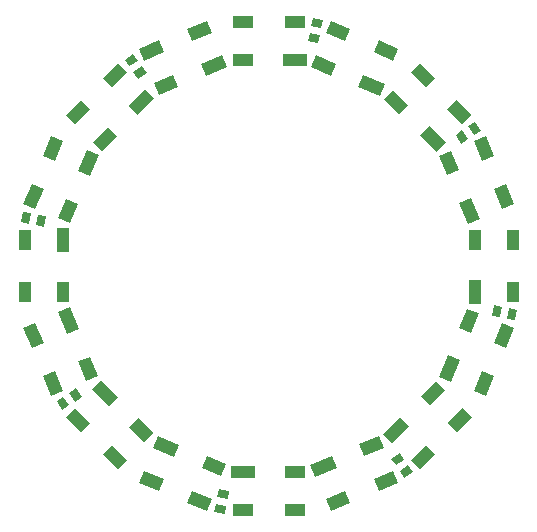
<source format=gtp>
G75*
%MOIN*%
%OFA0B0*%
%FSLAX24Y24*%
%IPPOS*%
%LPD*%
%AMOC8*
5,1,8,0,0,1.08239X$1,22.5*
%
%ADD10R,0.0787X0.0433*%
%ADD11R,0.0709X0.0433*%
%ADD12R,0.0433X0.0787*%
%ADD13R,0.0433X0.0709*%
%ADD14R,0.0276X0.0354*%
D10*
G36*
X003558Y004293D02*
X003003Y004848D01*
X003308Y005153D01*
X003863Y004598D01*
X003558Y004293D01*
G37*
G36*
X005751Y002600D02*
X005026Y002900D01*
X005191Y003298D01*
X005916Y002998D01*
X005751Y002600D01*
G37*
X008034Y002095D03*
G36*
X011174Y002237D02*
X010449Y001937D01*
X010284Y002335D01*
X011009Y002635D01*
X011174Y002237D01*
G37*
G36*
X013572Y003623D02*
X013017Y003068D01*
X012712Y003373D01*
X013267Y003928D01*
X013572Y003623D01*
G37*
G36*
X015266Y005816D02*
X014966Y005091D01*
X014568Y005256D01*
X014868Y005981D01*
X015266Y005816D01*
G37*
G36*
X015628Y011239D02*
X015928Y010514D01*
X015530Y010349D01*
X015230Y011074D01*
X015628Y011239D01*
G37*
G36*
X014242Y013637D02*
X014797Y013082D01*
X014492Y012777D01*
X013937Y013332D01*
X014242Y013637D01*
G37*
G36*
X012049Y015331D02*
X012774Y015031D01*
X012609Y014633D01*
X011884Y014933D01*
X012049Y015331D01*
G37*
X009766Y015835D03*
G36*
X006626Y015694D02*
X007351Y015994D01*
X007516Y015596D01*
X006791Y015296D01*
X006626Y015694D01*
G37*
G36*
X004228Y014307D02*
X004783Y014862D01*
X005088Y014557D01*
X004533Y014002D01*
X004228Y014307D01*
G37*
G36*
X002534Y012114D02*
X002834Y012839D01*
X003232Y012674D01*
X002932Y011949D01*
X002534Y012114D01*
G37*
G36*
X002172Y006691D02*
X001872Y007416D01*
X002270Y007581D01*
X002570Y006856D01*
X002172Y006691D01*
G37*
D11*
G36*
X003864Y002204D02*
X003364Y002704D01*
X003670Y003010D01*
X004170Y002510D01*
X003864Y002204D01*
G37*
G36*
X005233Y001450D02*
X004580Y001721D01*
X004745Y002120D01*
X005398Y001849D01*
X005233Y001450D01*
G37*
G36*
X006833Y000787D02*
X006180Y001058D01*
X006345Y001457D01*
X006998Y001186D01*
X006833Y000787D01*
G37*
X008034Y000835D03*
G36*
X007315Y001951D02*
X006662Y002222D01*
X006827Y002621D01*
X007480Y002350D01*
X007315Y001951D01*
G37*
X009766Y002095D03*
X009766Y000835D03*
G36*
X011620Y001058D02*
X010967Y000787D01*
X010802Y001186D01*
X011455Y001457D01*
X011620Y001058D01*
G37*
G36*
X013220Y001721D02*
X012567Y001450D01*
X012402Y001849D01*
X013055Y002120D01*
X013220Y001721D01*
G37*
G36*
X014436Y002704D02*
X013936Y002204D01*
X013630Y002510D01*
X014130Y003010D01*
X014436Y002704D01*
G37*
G36*
X015661Y003929D02*
X015161Y003429D01*
X014855Y003735D01*
X015355Y004235D01*
X015661Y003929D01*
G37*
G36*
X016416Y005298D02*
X016145Y004645D01*
X015746Y004810D01*
X016017Y005463D01*
X016416Y005298D01*
G37*
G36*
X017078Y006898D02*
X016807Y006245D01*
X016408Y006410D01*
X016679Y007063D01*
X017078Y006898D01*
G37*
G36*
X015914Y007380D02*
X015643Y006727D01*
X015244Y006892D01*
X015515Y007545D01*
X015914Y007380D01*
G37*
G36*
X014770Y004820D02*
X014270Y004320D01*
X013964Y004626D01*
X014464Y005126D01*
X014770Y004820D01*
G37*
G36*
X012738Y002885D02*
X012085Y002614D01*
X011920Y003013D01*
X012573Y003284D01*
X012738Y002885D01*
G37*
G36*
X004755Y003095D02*
X004255Y003595D01*
X004561Y003901D01*
X005061Y003401D01*
X004755Y003095D01*
G37*
G36*
X002639Y003429D02*
X002139Y003929D01*
X002445Y004235D01*
X002945Y003735D01*
X002639Y003429D01*
G37*
G36*
X001655Y004645D02*
X001384Y005298D01*
X001783Y005463D01*
X002054Y004810D01*
X001655Y004645D01*
G37*
G36*
X002819Y005127D02*
X002548Y005780D01*
X002947Y005945D01*
X003218Y005292D01*
X002819Y005127D01*
G37*
G36*
X000993Y006245D02*
X000722Y006898D01*
X001121Y007063D01*
X001392Y006410D01*
X000993Y006245D01*
G37*
G36*
X001886Y010550D02*
X002157Y011203D01*
X002556Y011038D01*
X002285Y010385D01*
X001886Y010550D01*
G37*
G36*
X000722Y011032D02*
X000993Y011685D01*
X001392Y011520D01*
X001121Y010867D01*
X000722Y011032D01*
G37*
G36*
X001384Y012632D02*
X001655Y013285D01*
X002054Y013120D01*
X001783Y012467D01*
X001384Y012632D01*
G37*
G36*
X002139Y014001D02*
X002639Y014501D01*
X002945Y014195D01*
X002445Y013695D01*
X002139Y014001D01*
G37*
G36*
X003030Y013110D02*
X003530Y013610D01*
X003836Y013304D01*
X003336Y012804D01*
X003030Y013110D01*
G37*
G36*
X003364Y015226D02*
X003864Y015726D01*
X004170Y015420D01*
X003670Y014920D01*
X003364Y015226D01*
G37*
G36*
X004580Y016210D02*
X005233Y016481D01*
X005398Y016082D01*
X004745Y015811D01*
X004580Y016210D01*
G37*
G36*
X005062Y015046D02*
X005715Y015317D01*
X005880Y014918D01*
X005227Y014647D01*
X005062Y015046D01*
G37*
G36*
X006180Y016873D02*
X006833Y017144D01*
X006998Y016745D01*
X006345Y016474D01*
X006180Y016873D01*
G37*
X008034Y017095D03*
X008034Y015835D03*
X009766Y017095D03*
G36*
X010967Y017144D02*
X011620Y016873D01*
X011455Y016474D01*
X010802Y016745D01*
X010967Y017144D01*
G37*
G36*
X010485Y015980D02*
X011138Y015709D01*
X010973Y015310D01*
X010320Y015581D01*
X010485Y015980D01*
G37*
G36*
X012567Y016481D02*
X013220Y016210D01*
X013055Y015811D01*
X012402Y016082D01*
X012567Y016481D01*
G37*
G36*
X013936Y015726D02*
X014436Y015226D01*
X014130Y014920D01*
X013630Y015420D01*
X013936Y015726D01*
G37*
G36*
X013045Y014835D02*
X013545Y014335D01*
X013239Y014029D01*
X012739Y014529D01*
X013045Y014835D01*
G37*
G36*
X015161Y014501D02*
X015661Y014001D01*
X015355Y013695D01*
X014855Y014195D01*
X015161Y014501D01*
G37*
G36*
X016145Y013285D02*
X016416Y012632D01*
X016017Y012467D01*
X015746Y013120D01*
X016145Y013285D01*
G37*
G36*
X014981Y012803D02*
X015252Y012150D01*
X014853Y011985D01*
X014582Y012638D01*
X014981Y012803D01*
G37*
G36*
X016807Y011685D02*
X017078Y011032D01*
X016679Y010867D01*
X016408Y011520D01*
X016807Y011685D01*
G37*
D12*
X015770Y008099D03*
X002030Y009831D03*
D13*
X000770Y009831D03*
X000770Y008099D03*
X002030Y008099D03*
X015770Y009831D03*
X017030Y009831D03*
X017030Y008099D03*
D14*
G36*
X017101Y007155D02*
X016832Y007209D01*
X016901Y007555D01*
X017170Y007501D01*
X017101Y007155D01*
G37*
G36*
X016599Y007255D02*
X016330Y007309D01*
X016399Y007655D01*
X016668Y007601D01*
X016599Y007255D01*
G37*
G36*
X013128Y002315D02*
X012975Y002544D01*
X013268Y002741D01*
X013421Y002512D01*
X013128Y002315D01*
G37*
G36*
X013412Y001889D02*
X013259Y002118D01*
X013552Y002315D01*
X013705Y002086D01*
X013412Y001889D01*
G37*
G36*
X007190Y001266D02*
X007244Y001535D01*
X007590Y001466D01*
X007536Y001197D01*
X007190Y001266D01*
G37*
G36*
X007090Y000764D02*
X007144Y001033D01*
X007490Y000964D01*
X007436Y000695D01*
X007090Y000764D01*
G37*
G36*
X002250Y004737D02*
X002479Y004890D01*
X002676Y004597D01*
X002447Y004444D01*
X002250Y004737D01*
G37*
G36*
X001824Y004453D02*
X002053Y004606D01*
X002250Y004313D01*
X002021Y004160D01*
X001824Y004453D01*
G37*
G36*
X001201Y010675D02*
X001470Y010621D01*
X001401Y010275D01*
X001132Y010329D01*
X001201Y010675D01*
G37*
G36*
X000699Y010775D02*
X000968Y010721D01*
X000899Y010375D01*
X000630Y010429D01*
X000699Y010775D01*
G37*
G36*
X004672Y015615D02*
X004825Y015386D01*
X004532Y015189D01*
X004379Y015418D01*
X004672Y015615D01*
G37*
G36*
X004388Y016041D02*
X004541Y015812D01*
X004248Y015615D01*
X004095Y015844D01*
X004388Y016041D01*
G37*
G36*
X010610Y016664D02*
X010556Y016395D01*
X010210Y016464D01*
X010264Y016733D01*
X010610Y016664D01*
G37*
G36*
X010710Y017166D02*
X010656Y016897D01*
X010310Y016966D01*
X010364Y017235D01*
X010710Y017166D01*
G37*
G36*
X015550Y013193D02*
X015321Y013040D01*
X015124Y013333D01*
X015353Y013486D01*
X015550Y013193D01*
G37*
G36*
X015976Y013477D02*
X015747Y013324D01*
X015550Y013617D01*
X015779Y013770D01*
X015976Y013477D01*
G37*
M02*

</source>
